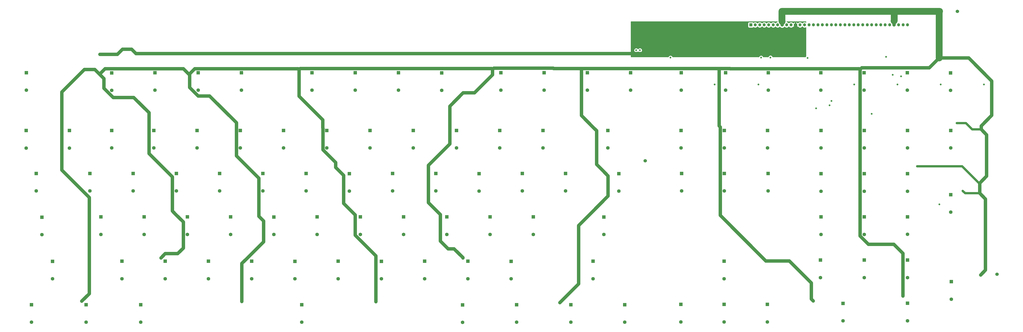
<source format=gbr>
%TF.GenerationSoftware,KiCad,Pcbnew,(5.1.9)-1*%
%TF.CreationDate,2021-06-08T21:52:20+10:00*%
%TF.ProjectId,RedPyKeeb_mainboard,52656450-794b-4656-9562-5f6d61696e62,rev?*%
%TF.SameCoordinates,Original*%
%TF.FileFunction,Copper,L2,Inr*%
%TF.FilePolarity,Positive*%
%FSLAX46Y46*%
G04 Gerber Fmt 4.6, Leading zero omitted, Abs format (unit mm)*
G04 Created by KiCad (PCBNEW (5.1.9)-1) date 2021-06-08 21:52:20*
%MOMM*%
%LPD*%
G01*
G04 APERTURE LIST*
%TA.AperFunction,ComponentPad*%
%ADD10O,1.350000X1.350000*%
%TD*%
%TA.AperFunction,ComponentPad*%
%ADD11R,1.350000X1.350000*%
%TD*%
%TA.AperFunction,ComponentPad*%
%ADD12C,1.600000*%
%TD*%
%TA.AperFunction,ComponentPad*%
%ADD13R,1.600000X1.600000*%
%TD*%
%TA.AperFunction,ViaPad*%
%ADD14C,0.800000*%
%TD*%
%TA.AperFunction,ViaPad*%
%ADD15C,1.524000*%
%TD*%
%TA.AperFunction,Conductor*%
%ADD16C,1.524000*%
%TD*%
%TA.AperFunction,Conductor*%
%ADD17C,1.016000*%
%TD*%
%TA.AperFunction,Conductor*%
%ADD18C,3.048000*%
%TD*%
%TA.AperFunction,Conductor*%
%ADD19C,0.254000*%
%TD*%
%TA.AperFunction,Conductor*%
%ADD20C,0.100000*%
%TD*%
G04 APERTURE END LIST*
D10*
%TO.N,GNDPWR*%
%TO.C,J1*%
X412036400Y-31445200D03*
%TO.N,LED_SCL_STATUS0*%
X410036400Y-31445200D03*
%TO.N,LED_SDA_STATUS0*%
X408036400Y-31445200D03*
%TO.N,MAIN_VBUS*%
X406036400Y-31445200D03*
%TO.N,KEY_COL20*%
X404036400Y-31445200D03*
%TO.N,KEY_COL19*%
X402036400Y-31445200D03*
%TO.N,KEY_COL18*%
X400036400Y-31445200D03*
%TO.N,KEY_COL17*%
X398036400Y-31445200D03*
%TO.N,KEY_COL16*%
X396036400Y-31445200D03*
%TO.N,KEY_COL15*%
X394036400Y-31445200D03*
%TO.N,KEY_COL14*%
X392036400Y-31445200D03*
%TO.N,KEY_COL13*%
X390036400Y-31445200D03*
%TO.N,KEY_COL12*%
X388036400Y-31445200D03*
%TO.N,KEY_COL11*%
X386036400Y-31445200D03*
%TO.N,KEY_COL10*%
X384036400Y-31445200D03*
%TO.N,KEY_COL9*%
X382036400Y-31445200D03*
%TO.N,KEY_COL8*%
X380036400Y-31445200D03*
%TO.N,KEY_COL7*%
X378036400Y-31445200D03*
%TO.N,KEY_COL6*%
X376036400Y-31445200D03*
%TO.N,KEY_COL5*%
X374036400Y-31445200D03*
%TO.N,KEY_COL4*%
X372036400Y-31445200D03*
%TO.N,KEY_COL3*%
X370036400Y-31445200D03*
%TO.N,KEY_COL2*%
X368036400Y-31445200D03*
%TO.N,KEY_COL1*%
X366036400Y-31445200D03*
%TO.N,KEY_COL0*%
X364036400Y-31445200D03*
%TO.N,GNDPWR*%
X362036400Y-31445200D03*
%TO.N,LED_SCL_ROW0*%
X360036400Y-31445200D03*
%TO.N,LED_SDA_ROW0*%
X358036400Y-31445200D03*
%TO.N,MAIN_VBUS*%
X356036400Y-31445200D03*
%TO.N,KEY_ROW6*%
X354036400Y-31445200D03*
%TO.N,KEY_ROW5*%
X352036400Y-31445200D03*
%TO.N,KEY_ROW4*%
X350036400Y-31445200D03*
%TO.N,KEY_ROW3*%
X348036400Y-31445200D03*
%TO.N,KEY_ROW2*%
X346036400Y-31445200D03*
%TO.N,KEY_ROW1*%
X344036400Y-31445200D03*
D11*
%TO.N,KEY_ROW0*%
X342036400Y-31445200D03*
%TD*%
D12*
%TO.N,Net-(D0\u002C3-Pad2)*%
%TO.C,D0\u002C3*%
X25603200Y-125235800D03*
D13*
%TO.N,KEY_ROW3*%
X25603200Y-117435800D03*
%TD*%
D12*
%TO.N,Net-(D0\u002C5-Pad2)*%
%TO.C,D0\u002C5*%
X20967700Y-164351800D03*
D13*
%TO.N,KEY_ROW5*%
X20967700Y-156551800D03*
%TD*%
D12*
%TO.N,Net-(D0\u002C4-Pad2)*%
%TO.C,D0\u002C4*%
X30365700Y-144984300D03*
D13*
%TO.N,KEY_ROW4*%
X30365700Y-137184300D03*
%TD*%
D12*
%TO.N,Net-(D0\u002C0-Pad2)*%
%TO.C,D0\u002C0*%
X18618200Y-60656300D03*
D13*
%TO.N,KEY_ROW0*%
X18618200Y-52856300D03*
%TD*%
D12*
%TO.N,Net-(D0\u002C2-Pad2)*%
%TO.C,D0\u002C2*%
X23063200Y-105677800D03*
D13*
%TO.N,KEY_ROW2*%
X23063200Y-97877800D03*
%TD*%
D12*
%TO.N,Net-(D0\u002C1-Pad2)*%
%TO.C,D0\u002C1*%
X18554700Y-86500800D03*
D13*
%TO.N,KEY_ROW1*%
X18554700Y-78700800D03*
%TD*%
D12*
%TO.N,Net-(D1\u002C3-Pad2)*%
%TO.C,D1\u002C3*%
X51892200Y-125108800D03*
D13*
%TO.N,KEY_ROW3*%
X51892200Y-117308800D03*
%TD*%
D12*
%TO.N,Net-(D1\u002C0-Pad2)*%
%TO.C,D1\u002C0*%
X56766460Y-60707100D03*
D13*
%TO.N,KEY_ROW0*%
X56766460Y-52907100D03*
%TD*%
D12*
%TO.N,Net-(D1\u002C4-Pad2)*%
%TO.C,D1\u002C4*%
X61290200Y-144920800D03*
D13*
%TO.N,KEY_ROW4*%
X61290200Y-137120800D03*
%TD*%
D12*
%TO.N,Net-(D1\u002C5-Pad2)*%
%TO.C,D1\u002C5*%
X45351700Y-164351800D03*
D13*
%TO.N,KEY_ROW5*%
X45351700Y-156551800D03*
%TD*%
D12*
%TO.N,Net-(D1\u002C1-Pad2)*%
%TO.C,D1\u002C1*%
X37858700Y-86500800D03*
D13*
%TO.N,KEY_ROW1*%
X37858700Y-78700800D03*
%TD*%
D12*
%TO.N,Net-(D1\u002C2-Pad2)*%
%TO.C,D1\u002C2*%
X47002700Y-105677800D03*
D13*
%TO.N,KEY_ROW2*%
X47002700Y-97877800D03*
%TD*%
D12*
%TO.N,Net-(D2\u002C4-Pad2)*%
%TO.C,D2\u002C4*%
X80594200Y-144920800D03*
D13*
%TO.N,KEY_ROW4*%
X80594200Y-137120800D03*
%TD*%
D12*
%TO.N,Net-(D2\u002C5-Pad2)*%
%TO.C,D2\u002C5*%
X69735700Y-164351800D03*
D13*
%TO.N,KEY_ROW5*%
X69735700Y-156551800D03*
%TD*%
D12*
%TO.N,Net-(D2\u002C0-Pad2)*%
%TO.C,D2\u002C0*%
X76070460Y-60656300D03*
D13*
%TO.N,KEY_ROW0*%
X76070460Y-52856300D03*
%TD*%
D12*
%TO.N,Net-(D2\u002C2-Pad2)*%
%TO.C,D2\u002C2*%
X66306700Y-105677800D03*
D13*
%TO.N,KEY_ROW2*%
X66306700Y-97877800D03*
%TD*%
D12*
%TO.N,Net-(D2\u002C1-Pad2)*%
%TO.C,D2\u002C1*%
X56781700Y-86437300D03*
D13*
%TO.N,KEY_ROW1*%
X56781700Y-78637300D03*
%TD*%
D12*
%TO.N,Net-(D2\u002C3-Pad2)*%
%TO.C,D2\u002C3*%
X71196200Y-125108800D03*
D13*
%TO.N,KEY_ROW3*%
X71196200Y-117308800D03*
%TD*%
D12*
%TO.N,Net-(D3\u002C0-Pad2)*%
%TO.C,D3\u002C0*%
X95374460Y-60656300D03*
D13*
%TO.N,KEY_ROW0*%
X95374460Y-52856300D03*
%TD*%
D12*
%TO.N,Net-(D3\u002C1-Pad2)*%
%TO.C,D3\u002C1*%
X75577700Y-86437300D03*
D13*
%TO.N,KEY_ROW1*%
X75577700Y-78637300D03*
%TD*%
D12*
%TO.N,Net-(D3\u002C4-Pad2)*%
%TO.C,D3\u002C4*%
X99898200Y-144920800D03*
D13*
%TO.N,KEY_ROW4*%
X99898200Y-137120800D03*
%TD*%
D12*
%TO.N,Net-(D3\u002C2-Pad2)*%
%TO.C,D3\u002C2*%
X85610700Y-105677800D03*
D13*
%TO.N,KEY_ROW2*%
X85610700Y-97877800D03*
%TD*%
D12*
%TO.N,Net-(D3\u002C5-Pad2)*%
%TO.C,D3\u002C5*%
X141617700Y-164351800D03*
D13*
%TO.N,KEY_ROW5*%
X141617700Y-156551800D03*
%TD*%
D12*
%TO.N,Net-(D3\u002C3-Pad2)*%
%TO.C,D3\u002C3*%
X90500200Y-125108800D03*
D13*
%TO.N,KEY_ROW3*%
X90500200Y-117308800D03*
%TD*%
D12*
%TO.N,Net-(D4\u002C4-Pad2)*%
%TO.C,D4\u002C4*%
X119202200Y-144920800D03*
D13*
%TO.N,KEY_ROW4*%
X119202200Y-137120800D03*
%TD*%
D12*
%TO.N,Net-(D4\u002C3-Pad2)*%
%TO.C,D4\u002C3*%
X109804200Y-125108800D03*
D13*
%TO.N,KEY_ROW3*%
X109804200Y-117308800D03*
%TD*%
D12*
%TO.N,Net-(D4\u002C1-Pad2)*%
%TO.C,D4\u002C1*%
X94881700Y-86437300D03*
D13*
%TO.N,KEY_ROW1*%
X94881700Y-78637300D03*
%TD*%
D12*
%TO.N,Net-(D4\u002C0-Pad2)*%
%TO.C,D4\u002C0*%
X114678460Y-60656300D03*
D13*
%TO.N,KEY_ROW0*%
X114678460Y-52856300D03*
%TD*%
D12*
%TO.N,Net-(D4\u002C2-Pad2)*%
%TO.C,D4\u002C2*%
X104914700Y-105677800D03*
D13*
%TO.N,KEY_ROW2*%
X104914700Y-97877800D03*
%TD*%
D12*
%TO.N,Net-(D5\u002C0-Pad2)*%
%TO.C,D5\u002C0*%
X146174460Y-60656300D03*
D13*
%TO.N,KEY_ROW0*%
X146174460Y-52856300D03*
%TD*%
D12*
%TO.N,Net-(D5\u002C2-Pad2)*%
%TO.C,D5\u002C2*%
X124218700Y-105677800D03*
D13*
%TO.N,KEY_ROW2*%
X124218700Y-97877800D03*
%TD*%
D12*
%TO.N,Net-(D5\u002C1-Pad2)*%
%TO.C,D5\u002C1*%
X114185700Y-86437300D03*
D13*
%TO.N,KEY_ROW1*%
X114185700Y-78637300D03*
%TD*%
D12*
%TO.N,Net-(D5\u002C3-Pad2)*%
%TO.C,D5\u002C3*%
X129108200Y-125159600D03*
D13*
%TO.N,KEY_ROW3*%
X129108200Y-117359600D03*
%TD*%
D12*
%TO.N,Net-(D5\u002C4-Pad2)*%
%TO.C,D5\u002C4*%
X138506200Y-144971600D03*
D13*
%TO.N,KEY_ROW4*%
X138506200Y-137171600D03*
%TD*%
D12*
%TO.N,Net-(D6\u002C0-Pad2)*%
%TO.C,D6\u002C0*%
X165478460Y-60656300D03*
D13*
%TO.N,KEY_ROW0*%
X165478460Y-52856300D03*
%TD*%
D12*
%TO.N,Net-(D6\u002C3-Pad2)*%
%TO.C,D6\u002C3*%
X148412200Y-125108800D03*
D13*
%TO.N,KEY_ROW3*%
X148412200Y-117308800D03*
%TD*%
D12*
%TO.N,Net-(D6\u002C4-Pad2)*%
%TO.C,D6\u002C4*%
X157810200Y-144920800D03*
D13*
%TO.N,KEY_ROW4*%
X157810200Y-137120800D03*
%TD*%
D12*
%TO.N,Net-(D6\u002C1-Pad2)*%
%TO.C,D6\u002C1*%
X133489700Y-86437300D03*
D13*
%TO.N,KEY_ROW1*%
X133489700Y-78637300D03*
%TD*%
D12*
%TO.N,Net-(D6\u002C2-Pad2)*%
%TO.C,D6\u002C2*%
X143522700Y-105677800D03*
D13*
%TO.N,KEY_ROW2*%
X143522700Y-97877800D03*
%TD*%
D12*
%TO.N,Net-(D7\u002C4-Pad2)*%
%TO.C,D7\u002C4*%
X177114200Y-144971600D03*
D13*
%TO.N,KEY_ROW4*%
X177114200Y-137171600D03*
%TD*%
D12*
%TO.N,Net-(D7\u002C2-Pad2)*%
%TO.C,D7\u002C2*%
X162826700Y-105728600D03*
D13*
%TO.N,KEY_ROW2*%
X162826700Y-97928600D03*
%TD*%
D12*
%TO.N,Net-(D7\u002C1-Pad2)*%
%TO.C,D7\u002C1*%
X152793700Y-86437300D03*
D13*
%TO.N,KEY_ROW1*%
X152793700Y-78637300D03*
%TD*%
D12*
%TO.N,Net-(D7\u002C0-Pad2)*%
%TO.C,D7\u002C0*%
X184782460Y-60656300D03*
D13*
%TO.N,KEY_ROW0*%
X184782460Y-52856300D03*
%TD*%
D12*
%TO.N,Net-(D7\u002C3-Pad2)*%
%TO.C,D7\u002C3*%
X167716200Y-125108800D03*
D13*
%TO.N,KEY_ROW3*%
X167716200Y-117308800D03*
%TD*%
D12*
%TO.N,Net-(D8\u002C0-Pad2)*%
%TO.C,D8\u002C0*%
X204086460Y-60707100D03*
D13*
%TO.N,KEY_ROW0*%
X204086460Y-52907100D03*
%TD*%
D12*
%TO.N,Net-(D8\u002C3-Pad2)*%
%TO.C,D8\u002C3*%
X187020200Y-125108800D03*
D13*
%TO.N,KEY_ROW3*%
X187020200Y-117308800D03*
%TD*%
D12*
%TO.N,Net-(D8\u002C1-Pad2)*%
%TO.C,D8\u002C1*%
X172097700Y-86437300D03*
D13*
%TO.N,KEY_ROW1*%
X172097700Y-78637300D03*
%TD*%
D12*
%TO.N,Net-(D8\u002C2-Pad2)*%
%TO.C,D8\u002C2*%
X182130700Y-105677800D03*
D13*
%TO.N,KEY_ROW2*%
X182130700Y-97877800D03*
%TD*%
D12*
%TO.N,Net-(D8\u002C5-Pad2)*%
%TO.C,D8\u002C5*%
X213372700Y-164415300D03*
D13*
%TO.N,KEY_ROW5*%
X213372700Y-156615300D03*
%TD*%
D12*
%TO.N,Net-(D8\u002C4-Pad2)*%
%TO.C,D8\u002C4*%
X196418200Y-144920800D03*
D13*
%TO.N,KEY_ROW4*%
X196418200Y-137120800D03*
%TD*%
D12*
%TO.N,Net-(D9\u002C2-Pad2)*%
%TO.C,D9\u002C2*%
X201434700Y-105677800D03*
D13*
%TO.N,KEY_ROW2*%
X201434700Y-97877800D03*
%TD*%
D12*
%TO.N,Net-(D9\u002C1-Pad2)*%
%TO.C,D9\u002C1*%
X191401700Y-86488100D03*
D13*
%TO.N,KEY_ROW1*%
X191401700Y-78688100D03*
%TD*%
D12*
%TO.N,Net-(D9\u002C3-Pad2)*%
%TO.C,D9\u002C3*%
X206324200Y-125108800D03*
D13*
%TO.N,KEY_ROW3*%
X206324200Y-117308800D03*
%TD*%
D12*
%TO.N,Net-(D9\u002C4-Pad2)*%
%TO.C,D9\u002C4*%
X215722200Y-144920800D03*
D13*
%TO.N,KEY_ROW4*%
X215722200Y-137120800D03*
%TD*%
D12*
%TO.N,Net-(D9\u002C5-Pad2)*%
%TO.C,D9\u002C5*%
X237502700Y-164351800D03*
D13*
%TO.N,KEY_ROW5*%
X237502700Y-156551800D03*
%TD*%
D12*
%TO.N,Net-(D9\u002C0-Pad2)*%
%TO.C,D9\u002C0*%
X230502460Y-60656300D03*
D13*
%TO.N,KEY_ROW0*%
X230502460Y-52856300D03*
%TD*%
D12*
%TO.N,Net-(D10\u002C4-Pad2)*%
%TO.C,D10\u002C4*%
X235026200Y-144971600D03*
D13*
%TO.N,KEY_ROW4*%
X235026200Y-137171600D03*
%TD*%
D12*
%TO.N,Net-(D10\u002C5-Pad2)*%
%TO.C,D10\u002C5*%
X261696200Y-164351800D03*
D13*
%TO.N,KEY_ROW5*%
X261696200Y-156551800D03*
%TD*%
D12*
%TO.N,Net-(D10\u002C1-Pad2)*%
%TO.C,D10\u002C1*%
X210705700Y-86437300D03*
D13*
%TO.N,KEY_ROW1*%
X210705700Y-78637300D03*
%TD*%
D12*
%TO.N,Net-(D10\u002C0-Pad2)*%
%TO.C,D10\u002C0*%
X249806460Y-60656300D03*
D13*
%TO.N,KEY_ROW0*%
X249806460Y-52856300D03*
%TD*%
D12*
%TO.N,Net-(D10\u002C2-Pad2)*%
%TO.C,D10\u002C2*%
X220738700Y-105728600D03*
D13*
%TO.N,KEY_ROW2*%
X220738700Y-97928600D03*
%TD*%
D12*
%TO.N,Net-(D10\u002C3-Pad2)*%
%TO.C,D10\u002C3*%
X225628200Y-125108800D03*
D13*
%TO.N,KEY_ROW3*%
X225628200Y-117308800D03*
%TD*%
D12*
%TO.N,Net-(D11\u002C0-Pad2)*%
%TO.C,D11\u002C0*%
X269110460Y-60656300D03*
D13*
%TO.N,KEY_ROW0*%
X269110460Y-52856300D03*
%TD*%
D12*
%TO.N,Net-(D11\u002C1-Pad2)*%
%TO.C,D11\u002C1*%
X230009700Y-86437300D03*
D13*
%TO.N,KEY_ROW1*%
X230009700Y-78637300D03*
%TD*%
D12*
%TO.N,Net-(D11\u002C3-Pad2)*%
%TO.C,D11\u002C3*%
X244932200Y-125108800D03*
D13*
%TO.N,KEY_ROW3*%
X244932200Y-117308800D03*
%TD*%
D12*
%TO.N,Net-(D11\u002C2-Pad2)*%
%TO.C,D11\u002C2*%
X240042700Y-105677800D03*
D13*
%TO.N,KEY_ROW2*%
X240042700Y-97877800D03*
%TD*%
D12*
%TO.N,Net-(D11\u002C4-Pad2)*%
%TO.C,D11\u002C4*%
X271602200Y-144920800D03*
D13*
%TO.N,KEY_ROW4*%
X271602200Y-137120800D03*
%TD*%
D12*
%TO.N,Net-(D11\u002C5-Pad2)*%
%TO.C,D11\u002C5*%
X285762700Y-164351800D03*
D13*
%TO.N,KEY_ROW5*%
X285762700Y-156551800D03*
%TD*%
D12*
%TO.N,Net-(D12\u002C3-Pad2)*%
%TO.C,D12\u002C3*%
X276428200Y-125172300D03*
D13*
%TO.N,KEY_ROW3*%
X276428200Y-117372300D03*
%TD*%
D12*
%TO.N,Net-(D12\u002C2-Pad2)*%
%TO.C,D12\u002C2*%
X259346700Y-105677800D03*
D13*
%TO.N,KEY_ROW2*%
X259346700Y-97877800D03*
%TD*%
D12*
%TO.N,Net-(D12\u002C1-Pad2)*%
%TO.C,D12\u002C1*%
X249313700Y-86488100D03*
D13*
%TO.N,KEY_ROW1*%
X249313700Y-78688100D03*
%TD*%
D12*
%TO.N,Net-(D12\u002C0-Pad2)*%
%TO.C,D12\u002C0*%
X288414460Y-60656300D03*
D13*
%TO.N,KEY_ROW0*%
X288414460Y-52856300D03*
%TD*%
D12*
%TO.N,Net-(D13\u002C2-Pad2)*%
%TO.C,D13\u002C2*%
X283159200Y-105741300D03*
D13*
%TO.N,KEY_ROW2*%
X283159200Y-97941300D03*
%TD*%
D12*
%TO.N,Net-(D13\u002C1-Pad2)*%
%TO.C,D13\u002C1*%
X278269700Y-86437300D03*
D13*
%TO.N,KEY_ROW1*%
X278269700Y-78637300D03*
%TD*%
D12*
%TO.N,Net-(D14\u002C1-Pad2)*%
%TO.C,D14\u002C1*%
X310934100Y-86437300D03*
D13*
%TO.N,KEY_ROW1*%
X310934100Y-78637300D03*
%TD*%
D12*
%TO.N,Net-(D14\u002C3-Pad2)*%
%TO.C,D14\u002C3*%
X311188100Y-105677800D03*
D13*
%TO.N,KEY_ROW3*%
X311188100Y-97877800D03*
%TD*%
D12*
%TO.N,Net-(D14\u002C0-Pad2)*%
%TO.C,D14\u002C0*%
X310984900Y-60656300D03*
D13*
%TO.N,KEY_ROW0*%
X310984900Y-52856300D03*
%TD*%
D12*
%TO.N,Net-(D14\u002C6-Pad2)*%
%TO.C,D14\u002C6*%
X310870600Y-164224800D03*
D13*
%TO.N,KEY_ROW6*%
X310870600Y-156424800D03*
%TD*%
D12*
%TO.N,Net-(D15\u002C0-Pad2)*%
%TO.C,D15\u002C0*%
X330796900Y-60656300D03*
D13*
%TO.N,KEY_ROW0*%
X330796900Y-52856300D03*
%TD*%
D12*
%TO.N,Net-(D15\u002C1-Pad2)*%
%TO.C,D15\u002C1*%
X330238100Y-86437300D03*
D13*
%TO.N,KEY_ROW1*%
X330238100Y-78637300D03*
%TD*%
D12*
%TO.N,Net-(D15\u002C3-Pad2)*%
%TO.C,D15\u002C3*%
X330238100Y-105677800D03*
D13*
%TO.N,KEY_ROW3*%
X330238100Y-97877800D03*
%TD*%
D12*
%TO.N,Net-(D15\u002C5-Pad2)*%
%TO.C,D15\u002C5*%
X330174600Y-144920800D03*
D13*
%TO.N,KEY_ROW5*%
X330174600Y-137120800D03*
%TD*%
D12*
%TO.N,Net-(D15\u002C6-Pad2)*%
%TO.C,D15\u002C6*%
X330174600Y-164224800D03*
D13*
%TO.N,KEY_ROW6*%
X330174600Y-156424800D03*
%TD*%
D12*
%TO.N,Net-(D16\u002C6-Pad2)*%
%TO.C,D16\u002C6*%
X349478600Y-164224800D03*
D13*
%TO.N,KEY_ROW6*%
X349478600Y-156424800D03*
%TD*%
D12*
%TO.N,Net-(D16\u002C0-Pad2)*%
%TO.C,D16\u002C0*%
X349846900Y-60656300D03*
D13*
%TO.N,KEY_ROW0*%
X349846900Y-52856300D03*
%TD*%
D12*
%TO.N,Net-(D16\u002C1-Pad2)*%
%TO.C,D16\u002C1*%
X349542100Y-86437300D03*
D13*
%TO.N,KEY_ROW1*%
X349542100Y-78637300D03*
%TD*%
D12*
%TO.N,Net-(D16\u002C5-Pad2)*%
%TO.C,D16\u002C5*%
X373164100Y-144412800D03*
D13*
%TO.N,KEY_ROW5*%
X373164100Y-136612800D03*
%TD*%
D12*
%TO.N,Net-(D16\u002C3-Pad2)*%
%TO.C,D16\u002C3*%
X349796100Y-105677800D03*
D13*
%TO.N,KEY_ROW3*%
X349796100Y-97877800D03*
%TD*%
D12*
%TO.N,Net-(D16\u002C4-Pad2)*%
%TO.C,D16\u002C4*%
X373418100Y-125108800D03*
D13*
%TO.N,KEY_ROW4*%
X373418100Y-117308800D03*
%TD*%
D12*
%TO.N,Net-(D17\u002C3-Pad2)*%
%TO.C,D17\u002C3*%
X373418100Y-105804800D03*
D13*
%TO.N,KEY_ROW3*%
X373418100Y-98004800D03*
%TD*%
D12*
%TO.N,Net-(D17\u002C1-Pad2)*%
%TO.C,D17\u002C1*%
X373418100Y-86437300D03*
D13*
%TO.N,KEY_ROW1*%
X373418100Y-78637300D03*
%TD*%
D12*
%TO.N,Net-(D17\u002C6-Pad2)*%
%TO.C,D17\u002C6*%
X383197100Y-163767600D03*
D13*
%TO.N,KEY_ROW6*%
X383197100Y-155967600D03*
%TD*%
D12*
%TO.N,Net-(D17\u002C4-Pad2)*%
%TO.C,D17\u002C4*%
X392722100Y-125108800D03*
D13*
%TO.N,KEY_ROW4*%
X392722100Y-117308800D03*
%TD*%
D12*
%TO.N,Net-(D17\u002C0-Pad2)*%
%TO.C,D17\u002C0*%
X373354600Y-60656300D03*
D13*
%TO.N,KEY_ROW0*%
X373354600Y-52856300D03*
%TD*%
D12*
%TO.N,Net-(D17\u002C5-Pad2)*%
%TO.C,D17\u002C5*%
X392722100Y-144412800D03*
D13*
%TO.N,KEY_ROW5*%
X392722100Y-136612800D03*
%TD*%
D12*
%TO.N,Net-(D18\u002C1-Pad2)*%
%TO.C,D18\u002C1*%
X392722100Y-86488100D03*
D13*
%TO.N,KEY_ROW1*%
X392722100Y-78688100D03*
%TD*%
D12*
%TO.N,Net-(D18\u002C6-Pad2)*%
%TO.C,D18\u002C6*%
X412026100Y-163716800D03*
D13*
%TO.N,KEY_ROW6*%
X412026100Y-155916800D03*
%TD*%
D12*
%TO.N,Net-(D18\u002C3-Pad2)*%
%TO.C,D18\u002C3*%
X392722100Y-105804800D03*
D13*
%TO.N,KEY_ROW3*%
X392722100Y-98004800D03*
%TD*%
D12*
%TO.N,Net-(D18\u002C0-Pad2)*%
%TO.C,D18\u002C0*%
X392658600Y-60656300D03*
D13*
%TO.N,KEY_ROW0*%
X392658600Y-52856300D03*
%TD*%
D12*
%TO.N,Net-(D18\u002C5-Pad2)*%
%TO.C,D18\u002C5*%
X412026100Y-144412800D03*
D13*
%TO.N,KEY_ROW5*%
X412026100Y-136612800D03*
%TD*%
D12*
%TO.N,Net-(D18\u002C4-Pad2)*%
%TO.C,D18\u002C4*%
X412026100Y-125045300D03*
D13*
%TO.N,KEY_ROW4*%
X412026100Y-117245300D03*
%TD*%
D12*
%TO.N,Net-(D19\u002C4-Pad2)*%
%TO.C,D19\u002C4*%
X431330100Y-115126600D03*
D13*
%TO.N,KEY_ROW4*%
X431330100Y-107326600D03*
%TD*%
D12*
%TO.N,Net-(D19\u002C0-Pad2)*%
%TO.C,D19\u002C0*%
X411962600Y-60656300D03*
D13*
%TO.N,KEY_ROW0*%
X411962600Y-52856300D03*
%TD*%
D12*
%TO.N,Net-(D19\u002C3-Pad2)*%
%TO.C,D19\u002C3*%
X412026100Y-105804800D03*
D13*
%TO.N,KEY_ROW3*%
X412026100Y-98004800D03*
%TD*%
D12*
%TO.N,Net-(D19\u002C1-Pad2)*%
%TO.C,D19\u002C1*%
X412026100Y-86437300D03*
D13*
%TO.N,KEY_ROW1*%
X412026100Y-78637300D03*
%TD*%
D12*
%TO.N,Net-(D19\u002C6-Pad2)*%
%TO.C,D19\u002C6*%
X431584100Y-154064800D03*
D13*
%TO.N,KEY_ROW6*%
X431584100Y-146264800D03*
%TD*%
D12*
%TO.N,Net-(D20\u002C1-Pad2)*%
%TO.C,D20\u002C1*%
X431330100Y-86437300D03*
D13*
%TO.N,KEY_ROW1*%
X431330100Y-78637300D03*
%TD*%
D12*
%TO.N,Net-(D20\u002C0-Pad2)*%
%TO.C,D20\u002C0*%
X431266600Y-60707100D03*
D13*
%TO.N,KEY_ROW0*%
X431266600Y-52907100D03*
%TD*%
D14*
%TO.N,KEY_ROW6*%
X409130500Y-54483000D03*
X402463000Y-45720000D03*
X405384000Y-53784500D03*
D15*
%TO.N,GNDPWR*%
X434288700Y-25374600D03*
X51482609Y-44630991D03*
X294894000Y-92202000D03*
X451935820Y-142932180D03*
D14*
%TO.N,KEY_COL19*%
X426858100Y-58077100D03*
%TO.N,KEY_COL18*%
X407554100Y-58077100D03*
%TO.N,KEY_COL17*%
X388250100Y-58077100D03*
%TO.N,KEY_COL15*%
X345438400Y-58077100D03*
%TO.N,KEY_COL14*%
X325880400Y-58077100D03*
%TO.N,MAIN_VBUS*%
X89230681Y-51612319D03*
X140373100Y-51523900D03*
X226745800Y-51409600D03*
X34493200Y-77724000D03*
X112423699Y-77314301D03*
X150977600Y-77571600D03*
X271907000Y-77444600D03*
X444652400Y-143256000D03*
X34931831Y-96792569D03*
X118821200Y-96367600D03*
X158062649Y-96496151D03*
X275920200Y-96545400D03*
X46736000Y-115824000D03*
X122456699Y-115541301D03*
X164846000Y-115824000D03*
X270408400Y-115925600D03*
X46736000Y-136245600D03*
X117097699Y-135893699D03*
X174701200Y-135890000D03*
X265176000Y-135991600D03*
X256844800Y-155600400D03*
X174701200Y-155244800D03*
X114858800Y-155143200D03*
X43408600Y-154965400D03*
X203504800Y-116230400D03*
X213512400Y-135636000D03*
X198170800Y-96418400D03*
X78740000Y-135643398D03*
X85121750Y-115982750D03*
X80878399Y-96477101D03*
X73406000Y-77216000D03*
X328476099Y-77161901D03*
X328476099Y-96402401D03*
X347694250Y-135858250D03*
X369919250Y-154844750D03*
X410019500Y-135318500D03*
X390842500Y-115951000D03*
X390842500Y-96456500D03*
X390842500Y-77216000D03*
X390842500Y-70294500D03*
X390842500Y-51435000D03*
D15*
X426288700Y-25374600D03*
D14*
X410019500Y-152641300D03*
X207708500Y-77025500D03*
X47231300Y-51396900D03*
X329279199Y-50958801D03*
X250361399Y-50781001D03*
X416356800Y-94640400D03*
X436676800Y-105664000D03*
X433998800Y-75372800D03*
%TO.N,KEY_ROW5*%
X396049500Y-71183500D03*
X371221000Y-68770500D03*
X367379250Y-46196250D03*
%TO.N,KEY_ROW4*%
X350837500Y-46037500D03*
%TO.N,KEY_ROW3*%
X346646500Y-46101000D03*
%TO.N,KEY_ROW2*%
X306197000Y-46101000D03*
%TO.N,KEY_ROW1*%
X292544500Y-42799000D03*
%TO.N,KEY_ROW0*%
X426224700Y-111696500D03*
X290893500Y-42799000D03*
%TO.N,KEY_COL20*%
X446162100Y-58077100D03*
%TO.N,LED_SCL_STATUS0*%
X377190000Y-67437000D03*
X378091700Y-65468500D03*
%TD*%
D16*
%TO.N,GNDPWR*%
X361835700Y-44297600D02*
X361909400Y-44223900D01*
X67614800Y-44297600D02*
X361835700Y-44297600D01*
X65643199Y-42325999D02*
X67614800Y-44297600D01*
X61560001Y-42325999D02*
X65643199Y-42325999D01*
X59255010Y-44630990D02*
X61560001Y-42325999D01*
X51482609Y-44630991D02*
X59255010Y-44630990D01*
X361962700Y-31518900D02*
X362036400Y-31445200D01*
X362036400Y-44096900D02*
X361835700Y-44297600D01*
X362036400Y-31445200D02*
X362036400Y-44096900D01*
%TO.N,MAIN_VBUS*%
X203504800Y-116230400D02*
X203504800Y-128117600D01*
X198170800Y-96418400D02*
X198170800Y-110896400D01*
X198170800Y-110896400D02*
X203504800Y-116230400D01*
X206959200Y-131572000D02*
X209600800Y-131572000D01*
X209600800Y-131572000D02*
X213512400Y-135483600D01*
X203504800Y-128117600D02*
X206959200Y-131572000D01*
X213512400Y-135483600D02*
X213512400Y-135636000D01*
X446836800Y-125425200D02*
X446836800Y-129438400D01*
X446836800Y-125425200D02*
X446836800Y-141071600D01*
X114858800Y-138132598D02*
X114858800Y-155143200D01*
X46736000Y-136245600D02*
X46736000Y-151638000D01*
X275920200Y-96545400D02*
X278333200Y-98958400D01*
X444246000Y-106730800D02*
X446836800Y-109321600D01*
X124531701Y-119107839D02*
X124531701Y-128459697D01*
X124531701Y-128459697D02*
X117097699Y-135893699D01*
X46736000Y-108596738D02*
X46736000Y-115824000D01*
X122456699Y-117032837D02*
X124531701Y-119107839D01*
X444246000Y-102209600D02*
X444246000Y-102514400D01*
X118821200Y-96367600D02*
X122456699Y-100003099D01*
X34931831Y-96792569D02*
X46736000Y-108596738D01*
X46736000Y-151638000D02*
X43408600Y-154965400D01*
X34493200Y-96353938D02*
X34931831Y-96792569D01*
X270408400Y-115925600D02*
X265176000Y-121158000D01*
X122456699Y-115541301D02*
X122456699Y-117032837D01*
X447344800Y-80619600D02*
X447344800Y-99110800D01*
X112423699Y-77314301D02*
X112423699Y-89970099D01*
X447344800Y-99110800D02*
X444246000Y-102209600D01*
X46736000Y-115824000D02*
X46736000Y-136245600D01*
X150977600Y-77571600D02*
X151031699Y-77625699D01*
X265176000Y-135991600D02*
X265176000Y-147269200D01*
X174701200Y-135890000D02*
X174701200Y-155244800D01*
X117097699Y-135893699D02*
X114858800Y-138132598D01*
X444246000Y-102514400D02*
X444246000Y-106730800D01*
X271907000Y-77444600D02*
X273202400Y-78740000D01*
X112423699Y-89970099D02*
X118821200Y-96367600D01*
X34493200Y-77724000D02*
X34493200Y-96353938D01*
X164846000Y-115824000D02*
X165455600Y-116433600D01*
X158062649Y-96496151D02*
X160274000Y-98707502D01*
X446836800Y-141071600D02*
X444652400Y-143256000D01*
X444906400Y-78181200D02*
X447344800Y-80619600D01*
X122456699Y-100003099D02*
X122456699Y-115541301D01*
X444906400Y-76606400D02*
X444906400Y-78181200D01*
X160274000Y-111252000D02*
X164846000Y-115824000D01*
X151031699Y-77625699D02*
X151031699Y-87283061D01*
X278333200Y-108000800D02*
X270408400Y-115925600D01*
X278333200Y-98958400D02*
X278333200Y-108000800D01*
X265176000Y-147269200D02*
X256844800Y-155600400D01*
X265176000Y-121158000D02*
X265176000Y-135991600D01*
X174701200Y-134701562D02*
X174701200Y-135890000D01*
X165455600Y-116433600D02*
X165455600Y-125455962D01*
X165455600Y-125455962D02*
X174701200Y-134701562D01*
X156712638Y-92964000D02*
X156712638Y-95146140D01*
X273202400Y-93827600D02*
X275920200Y-96545400D01*
X273202400Y-78740000D02*
X273202400Y-93827600D01*
X160274000Y-98707502D02*
X160274000Y-111252000D01*
X156712638Y-95146140D02*
X158062649Y-96496151D01*
X151031699Y-87283061D02*
X156712638Y-92964000D01*
X449643500Y-71869300D02*
X444906400Y-76606400D01*
X150977600Y-77571600D02*
X150977600Y-73952100D01*
X140373100Y-63347600D02*
X140373100Y-51523900D01*
X150977600Y-73952100D02*
X140373100Y-63347600D01*
X47231300Y-51396900D02*
X44551600Y-51396900D01*
X34493200Y-61455300D02*
X34493200Y-77724000D01*
X44551600Y-51396900D02*
X34493200Y-61455300D01*
X198170800Y-96418400D02*
X198170800Y-94246700D01*
X198170800Y-94246700D02*
X207708500Y-84709000D01*
X207708500Y-84709000D02*
X207708500Y-77025500D01*
X207708500Y-67818000D02*
X213677500Y-61849000D01*
X213677500Y-61849000D02*
X218701562Y-61849000D01*
X226745800Y-53804762D02*
X226745800Y-51409600D01*
X218701562Y-61849000D02*
X226745800Y-53804762D01*
X328412599Y-108893099D02*
X328412599Y-116576599D01*
X328476099Y-108829599D02*
X328412599Y-108893099D01*
X348805500Y-136969500D02*
X359232700Y-136969500D01*
X328412599Y-116576599D02*
X347694250Y-135858250D01*
X359232700Y-136969500D02*
X369075200Y-146812000D01*
X369075200Y-146812000D02*
X369075200Y-154000700D01*
X369075200Y-154000700D02*
X369919250Y-154844750D01*
X390842500Y-125836962D02*
X394545538Y-129540000D01*
X405955500Y-129540000D02*
X410019500Y-133604000D01*
X394545538Y-129540000D02*
X405955500Y-129540000D01*
X410019500Y-133604000D02*
X410019500Y-135318500D01*
X73406000Y-89004702D02*
X80878399Y-96477101D01*
X73406000Y-77216000D02*
X73406000Y-89004702D01*
X83820000Y-99418702D02*
X83820000Y-114681000D01*
X88738199Y-119599199D02*
X88738199Y-131225801D01*
X83820000Y-114681000D02*
X85121750Y-115982750D01*
X88738199Y-131225801D02*
X86233000Y-133731000D01*
X80652398Y-133731000D02*
X78740000Y-135643398D01*
X86233000Y-133731000D02*
X80652398Y-133731000D01*
X85121750Y-115982750D02*
X88738199Y-119599199D01*
X80878399Y-96477101D02*
X83820000Y-99418702D01*
X328476099Y-77161901D02*
X328476099Y-96402401D01*
X328476099Y-96402401D02*
X328476099Y-108829599D01*
X347694250Y-135858250D02*
X348805500Y-136969500D01*
X369919250Y-154844750D02*
X369951000Y-154876500D01*
X410019500Y-135318500D02*
X410019500Y-152641300D01*
X390842500Y-115951000D02*
X390842500Y-125836962D01*
X390842500Y-96456500D02*
X390842500Y-115951000D01*
X390842500Y-77216000D02*
X390842500Y-96456500D01*
X390842500Y-70294500D02*
X390842500Y-77216000D01*
X390842500Y-51435000D02*
X390842500Y-70294500D01*
X227374399Y-50781001D02*
X226745800Y-51409600D01*
X140887399Y-51009601D02*
X140373100Y-51523900D01*
X226345801Y-51009601D02*
X140887399Y-51009601D01*
X226745800Y-51409600D02*
X226345801Y-51009601D01*
X53807701Y-51094299D02*
X51371500Y-53530500D01*
X49237900Y-51396900D02*
X51371500Y-53530500D01*
X91516681Y-53898319D02*
X89230681Y-51612319D01*
X207708500Y-77025500D02*
X207708500Y-67818000D01*
X421741600Y-50673000D02*
X426161700Y-46252900D01*
X391604500Y-50673000D02*
X421741600Y-50673000D01*
X390842500Y-51435000D02*
X391604500Y-50673000D01*
X439368700Y-46252900D02*
X449643500Y-56527700D01*
X426161700Y-46252900D02*
X439368700Y-46252900D01*
X449643500Y-56527700D02*
X449643500Y-71869300D01*
X47231300Y-51396900D02*
X49237900Y-51396900D01*
X112423699Y-75212699D02*
X112423699Y-77314301D01*
X100457000Y-63246000D02*
X112423699Y-75212699D01*
X95356398Y-63246000D02*
X100457000Y-63246000D01*
X91516681Y-59406283D02*
X95356398Y-63246000D01*
X91516681Y-53898319D02*
X91516681Y-59406283D01*
X139943499Y-51094299D02*
X140373100Y-51523900D01*
X93804859Y-51094299D02*
X139943499Y-51094299D01*
X91516681Y-53382477D02*
X93804859Y-51094299D01*
X91516681Y-53898319D02*
X91516681Y-53382477D01*
X88712661Y-51094299D02*
X53807701Y-51094299D01*
X89230681Y-51612319D02*
X88712661Y-51094299D01*
X66611500Y-63944500D02*
X73406000Y-70739000D01*
X57396098Y-63944500D02*
X66611500Y-63944500D01*
X73406000Y-70739000D02*
X73406000Y-77216000D01*
X53276500Y-59824902D02*
X57396098Y-63944500D01*
X53276500Y-55435500D02*
X53276500Y-59824902D01*
X51371500Y-53530500D02*
X53276500Y-55435500D01*
X390442501Y-51035001D02*
X390842500Y-51435000D01*
X332860599Y-51035001D02*
X390442501Y-51035001D01*
X332784399Y-50958801D02*
X332860599Y-51035001D01*
X329279199Y-50958801D02*
X332784399Y-50958801D01*
X253866599Y-50781001D02*
X254044399Y-50958801D01*
X245599001Y-50781001D02*
X250361399Y-50781001D01*
X249028001Y-50781001D02*
X245599001Y-50781001D01*
X245599001Y-50781001D02*
X227374399Y-50781001D01*
X250361399Y-50781001D02*
X253866599Y-50781001D01*
D17*
X440842400Y-78181200D02*
X438048400Y-75387200D01*
X444906400Y-78181200D02*
X440842400Y-78181200D01*
X438048400Y-75387200D02*
X433984400Y-75387200D01*
X444246000Y-102514400D02*
X436372000Y-94640400D01*
X436372000Y-94640400D02*
X416356800Y-94640400D01*
X444246000Y-106730800D02*
X437743600Y-106730800D01*
X437743600Y-106730800D02*
X436676800Y-105664000D01*
D16*
X327920401Y-50958801D02*
X327920401Y-76606203D01*
X327920401Y-76606203D02*
X328476099Y-77161901D01*
X327920401Y-50958801D02*
X329279199Y-50958801D01*
X266452401Y-71990001D02*
X271907000Y-77444600D01*
X266452401Y-50958801D02*
X266452401Y-71990001D01*
X254044399Y-50958801D02*
X266452401Y-50958801D01*
X266452401Y-50958801D02*
X327920401Y-50958801D01*
X446836800Y-109321600D02*
X446836800Y-125425200D01*
X356036400Y-25430000D02*
X356036400Y-31445200D01*
D18*
X426288700Y-25374600D02*
X406069800Y-25374600D01*
X406069800Y-25374600D02*
X355981000Y-25374600D01*
X355981000Y-29839278D02*
X356036400Y-29894678D01*
X355981000Y-25374600D02*
X355981000Y-29839278D01*
X406069800Y-29575000D02*
X406036400Y-29608400D01*
X406069800Y-25374600D02*
X406069800Y-29575000D01*
D16*
X406036400Y-31445200D02*
X406036400Y-29608400D01*
D18*
X426161700Y-25501600D02*
X426288700Y-25374600D01*
X426161700Y-46252900D02*
X426161700Y-25501600D01*
%TD*%
D19*
%TO.N,GNDPWR*%
X353841605Y-30144388D02*
X353841982Y-30148208D01*
X353654287Y-30185542D01*
X353415882Y-30284293D01*
X353201323Y-30427656D01*
X353036400Y-30592579D01*
X352871477Y-30427656D01*
X352656918Y-30284293D01*
X352418513Y-30185542D01*
X352165424Y-30135200D01*
X351907376Y-30135200D01*
X351654287Y-30185542D01*
X351415882Y-30284293D01*
X351201323Y-30427656D01*
X351036400Y-30592579D01*
X350871477Y-30427656D01*
X350656918Y-30284293D01*
X350418513Y-30185542D01*
X350165424Y-30135200D01*
X349907376Y-30135200D01*
X349654287Y-30185542D01*
X349415882Y-30284293D01*
X349201323Y-30427656D01*
X349036400Y-30592579D01*
X348871477Y-30427656D01*
X348656918Y-30284293D01*
X348418513Y-30185542D01*
X348165424Y-30135200D01*
X347907376Y-30135200D01*
X347654287Y-30185542D01*
X347415882Y-30284293D01*
X347201323Y-30427656D01*
X347036400Y-30592579D01*
X346871477Y-30427656D01*
X346656918Y-30284293D01*
X346418513Y-30185542D01*
X346165424Y-30135200D01*
X345907376Y-30135200D01*
X345654287Y-30185542D01*
X345415882Y-30284293D01*
X345201323Y-30427656D01*
X345036400Y-30592579D01*
X344871477Y-30427656D01*
X344656918Y-30284293D01*
X344418513Y-30185542D01*
X344165424Y-30135200D01*
X343907376Y-30135200D01*
X343654287Y-30185542D01*
X343415882Y-30284293D01*
X343233887Y-30405897D01*
X343162585Y-30319015D01*
X343065894Y-30239663D01*
X342955580Y-30180698D01*
X342835882Y-30144388D01*
X342711400Y-30132128D01*
X341361400Y-30132128D01*
X341236918Y-30144388D01*
X341117220Y-30180698D01*
X341006906Y-30239663D01*
X340910215Y-30319015D01*
X340830863Y-30415706D01*
X340771898Y-30526020D01*
X340735588Y-30645718D01*
X340723328Y-30770200D01*
X340723328Y-32120200D01*
X340735588Y-32244682D01*
X340771898Y-32364380D01*
X340830863Y-32474694D01*
X340910215Y-32571385D01*
X341006906Y-32650737D01*
X341117220Y-32709702D01*
X341236918Y-32746012D01*
X341361400Y-32758272D01*
X342711400Y-32758272D01*
X342835882Y-32746012D01*
X342955580Y-32709702D01*
X343065894Y-32650737D01*
X343162585Y-32571385D01*
X343233887Y-32484503D01*
X343415882Y-32606107D01*
X343654287Y-32704858D01*
X343907376Y-32755200D01*
X344165424Y-32755200D01*
X344418513Y-32704858D01*
X344656918Y-32606107D01*
X344871477Y-32462744D01*
X345036400Y-32297821D01*
X345201323Y-32462744D01*
X345415882Y-32606107D01*
X345654287Y-32704858D01*
X345907376Y-32755200D01*
X346165424Y-32755200D01*
X346418513Y-32704858D01*
X346656918Y-32606107D01*
X346871477Y-32462744D01*
X347036400Y-32297821D01*
X347201323Y-32462744D01*
X347415882Y-32606107D01*
X347654287Y-32704858D01*
X347907376Y-32755200D01*
X348165424Y-32755200D01*
X348418513Y-32704858D01*
X348656918Y-32606107D01*
X348871477Y-32462744D01*
X349036400Y-32297821D01*
X349201323Y-32462744D01*
X349415882Y-32606107D01*
X349654287Y-32704858D01*
X349907376Y-32755200D01*
X350165424Y-32755200D01*
X350418513Y-32704858D01*
X350656918Y-32606107D01*
X350871477Y-32462744D01*
X351036400Y-32297821D01*
X351201323Y-32462744D01*
X351415882Y-32606107D01*
X351654287Y-32704858D01*
X351907376Y-32755200D01*
X352165424Y-32755200D01*
X352418513Y-32704858D01*
X352656918Y-32606107D01*
X352871477Y-32462744D01*
X353036400Y-32297821D01*
X353201323Y-32462744D01*
X353415882Y-32606107D01*
X353654287Y-32704858D01*
X353907376Y-32755200D01*
X354165424Y-32755200D01*
X354418513Y-32704858D01*
X354656918Y-32606107D01*
X354871477Y-32462744D01*
X354977361Y-32356860D01*
X355043793Y-32437808D01*
X355256514Y-32612383D01*
X355499206Y-32742104D01*
X355762541Y-32821986D01*
X356036400Y-32848959D01*
X356310260Y-32821986D01*
X356573595Y-32742104D01*
X356816287Y-32612383D01*
X357029008Y-32437808D01*
X357095440Y-32356861D01*
X357201323Y-32462744D01*
X357415882Y-32606107D01*
X357654287Y-32704858D01*
X357907376Y-32755200D01*
X358165424Y-32755200D01*
X358418513Y-32704858D01*
X358656918Y-32606107D01*
X358871477Y-32462744D01*
X359036400Y-32297821D01*
X359201323Y-32462744D01*
X359415882Y-32606107D01*
X359654287Y-32704858D01*
X359907376Y-32755200D01*
X360165424Y-32755200D01*
X360418513Y-32704858D01*
X360656918Y-32606107D01*
X360871477Y-32462744D01*
X361043081Y-32291140D01*
X361165173Y-32423503D01*
X361372771Y-32574673D01*
X361605872Y-32682438D01*
X361707000Y-32713110D01*
X361909400Y-32589424D01*
X361909400Y-31572200D01*
X361889400Y-31572200D01*
X361889400Y-31318200D01*
X361909400Y-31318200D01*
X361909400Y-30300976D01*
X361707000Y-30177290D01*
X361605872Y-30207962D01*
X361372771Y-30315727D01*
X361165173Y-30466897D01*
X361043081Y-30599260D01*
X360871477Y-30427656D01*
X360656918Y-30284293D01*
X360418513Y-30185542D01*
X360165424Y-30135200D01*
X359907376Y-30135200D01*
X359654287Y-30185542D01*
X359415882Y-30284293D01*
X359201323Y-30427656D01*
X359036400Y-30592579D01*
X358871477Y-30427656D01*
X358656918Y-30284293D01*
X358418513Y-30185542D01*
X358181834Y-30138464D01*
X358198229Y-29972000D01*
X366649000Y-29972000D01*
X366649000Y-30281013D01*
X366418513Y-30185542D01*
X366165424Y-30135200D01*
X365907376Y-30135200D01*
X365654287Y-30185542D01*
X365415882Y-30284293D01*
X365201323Y-30427656D01*
X365036400Y-30592579D01*
X364871477Y-30427656D01*
X364656918Y-30284293D01*
X364418513Y-30185542D01*
X364165424Y-30135200D01*
X363907376Y-30135200D01*
X363654287Y-30185542D01*
X363415882Y-30284293D01*
X363201323Y-30427656D01*
X363029719Y-30599260D01*
X362907627Y-30466897D01*
X362700029Y-30315727D01*
X362466928Y-30207962D01*
X362365800Y-30177290D01*
X362163400Y-30300976D01*
X362163400Y-31318200D01*
X362183400Y-31318200D01*
X362183400Y-31572200D01*
X362163400Y-31572200D01*
X362163400Y-32589424D01*
X362365800Y-32713110D01*
X362466928Y-32682438D01*
X362700029Y-32574673D01*
X362907627Y-32423503D01*
X363029719Y-32291140D01*
X363201323Y-32462744D01*
X363415882Y-32606107D01*
X363654287Y-32704858D01*
X363907376Y-32755200D01*
X364165424Y-32755200D01*
X364418513Y-32704858D01*
X364656918Y-32606107D01*
X364871477Y-32462744D01*
X365036400Y-32297821D01*
X365201323Y-32462744D01*
X365415882Y-32606107D01*
X365654287Y-32704858D01*
X365907376Y-32755200D01*
X366165424Y-32755200D01*
X366418513Y-32704858D01*
X366649000Y-32609387D01*
X366649000Y-45462789D01*
X366575313Y-45536476D01*
X366462045Y-45705994D01*
X366456243Y-45720000D01*
X351826263Y-45720000D01*
X351754705Y-45547244D01*
X351641437Y-45377726D01*
X351497274Y-45233563D01*
X351327756Y-45120295D01*
X351139398Y-45042274D01*
X350939439Y-45002500D01*
X350735561Y-45002500D01*
X350535602Y-45042274D01*
X350347244Y-45120295D01*
X350177726Y-45233563D01*
X350033563Y-45377726D01*
X349920295Y-45547244D01*
X349848737Y-45720000D01*
X347608961Y-45720000D01*
X347563705Y-45610744D01*
X347450437Y-45441226D01*
X347306274Y-45297063D01*
X347136756Y-45183795D01*
X346948398Y-45105774D01*
X346748439Y-45066000D01*
X346544561Y-45066000D01*
X346344602Y-45105774D01*
X346156244Y-45183795D01*
X345986726Y-45297063D01*
X345842563Y-45441226D01*
X345729295Y-45610744D01*
X345684039Y-45720000D01*
X307159461Y-45720000D01*
X307114205Y-45610744D01*
X307000937Y-45441226D01*
X306856774Y-45297063D01*
X306687256Y-45183795D01*
X306498898Y-45105774D01*
X306298939Y-45066000D01*
X306095061Y-45066000D01*
X305895102Y-45105774D01*
X305706744Y-45183795D01*
X305537226Y-45297063D01*
X305393063Y-45441226D01*
X305279795Y-45610744D01*
X305234539Y-45720000D01*
X288544000Y-45720000D01*
X288544000Y-42697061D01*
X289858500Y-42697061D01*
X289858500Y-42900939D01*
X289898274Y-43100898D01*
X289976295Y-43289256D01*
X290089563Y-43458774D01*
X290233726Y-43602937D01*
X290403244Y-43716205D01*
X290591602Y-43794226D01*
X290791561Y-43834000D01*
X290995439Y-43834000D01*
X291195398Y-43794226D01*
X291383756Y-43716205D01*
X291553274Y-43602937D01*
X291697437Y-43458774D01*
X291719000Y-43426503D01*
X291740563Y-43458774D01*
X291884726Y-43602937D01*
X292054244Y-43716205D01*
X292242602Y-43794226D01*
X292442561Y-43834000D01*
X292646439Y-43834000D01*
X292846398Y-43794226D01*
X293034756Y-43716205D01*
X293204274Y-43602937D01*
X293348437Y-43458774D01*
X293461705Y-43289256D01*
X293539726Y-43100898D01*
X293579500Y-42900939D01*
X293579500Y-42697061D01*
X293539726Y-42497102D01*
X293461705Y-42308744D01*
X293348437Y-42139226D01*
X293204274Y-41995063D01*
X293034756Y-41881795D01*
X292846398Y-41803774D01*
X292646439Y-41764000D01*
X292442561Y-41764000D01*
X292242602Y-41803774D01*
X292054244Y-41881795D01*
X291884726Y-41995063D01*
X291740563Y-42139226D01*
X291719000Y-42171497D01*
X291697437Y-42139226D01*
X291553274Y-41995063D01*
X291383756Y-41881795D01*
X291195398Y-41803774D01*
X290995439Y-41764000D01*
X290791561Y-41764000D01*
X290591602Y-41803774D01*
X290403244Y-41881795D01*
X290233726Y-41995063D01*
X290089563Y-42139226D01*
X289976295Y-42308744D01*
X289898274Y-42497102D01*
X289858500Y-42697061D01*
X288544000Y-42697061D01*
X288544000Y-29972000D01*
X353824626Y-29972000D01*
X353841605Y-30144388D01*
%TA.AperFunction,Conductor*%
D20*
G36*
X353841605Y-30144388D02*
G01*
X353841982Y-30148208D01*
X353654287Y-30185542D01*
X353415882Y-30284293D01*
X353201323Y-30427656D01*
X353036400Y-30592579D01*
X352871477Y-30427656D01*
X352656918Y-30284293D01*
X352418513Y-30185542D01*
X352165424Y-30135200D01*
X351907376Y-30135200D01*
X351654287Y-30185542D01*
X351415882Y-30284293D01*
X351201323Y-30427656D01*
X351036400Y-30592579D01*
X350871477Y-30427656D01*
X350656918Y-30284293D01*
X350418513Y-30185542D01*
X350165424Y-30135200D01*
X349907376Y-30135200D01*
X349654287Y-30185542D01*
X349415882Y-30284293D01*
X349201323Y-30427656D01*
X349036400Y-30592579D01*
X348871477Y-30427656D01*
X348656918Y-30284293D01*
X348418513Y-30185542D01*
X348165424Y-30135200D01*
X347907376Y-30135200D01*
X347654287Y-30185542D01*
X347415882Y-30284293D01*
X347201323Y-30427656D01*
X347036400Y-30592579D01*
X346871477Y-30427656D01*
X346656918Y-30284293D01*
X346418513Y-30185542D01*
X346165424Y-30135200D01*
X345907376Y-30135200D01*
X345654287Y-30185542D01*
X345415882Y-30284293D01*
X345201323Y-30427656D01*
X345036400Y-30592579D01*
X344871477Y-30427656D01*
X344656918Y-30284293D01*
X344418513Y-30185542D01*
X344165424Y-30135200D01*
X343907376Y-30135200D01*
X343654287Y-30185542D01*
X343415882Y-30284293D01*
X343233887Y-30405897D01*
X343162585Y-30319015D01*
X343065894Y-30239663D01*
X342955580Y-30180698D01*
X342835882Y-30144388D01*
X342711400Y-30132128D01*
X341361400Y-30132128D01*
X341236918Y-30144388D01*
X341117220Y-30180698D01*
X341006906Y-30239663D01*
X340910215Y-30319015D01*
X340830863Y-30415706D01*
X340771898Y-30526020D01*
X340735588Y-30645718D01*
X340723328Y-30770200D01*
X340723328Y-32120200D01*
X340735588Y-32244682D01*
X340771898Y-32364380D01*
X340830863Y-32474694D01*
X340910215Y-32571385D01*
X341006906Y-32650737D01*
X341117220Y-32709702D01*
X341236918Y-32746012D01*
X341361400Y-32758272D01*
X342711400Y-32758272D01*
X342835882Y-32746012D01*
X342955580Y-32709702D01*
X343065894Y-32650737D01*
X343162585Y-32571385D01*
X343233887Y-32484503D01*
X343415882Y-32606107D01*
X343654287Y-32704858D01*
X343907376Y-32755200D01*
X344165424Y-32755200D01*
X344418513Y-32704858D01*
X344656918Y-32606107D01*
X344871477Y-32462744D01*
X345036400Y-32297821D01*
X345201323Y-32462744D01*
X345415882Y-32606107D01*
X345654287Y-32704858D01*
X345907376Y-32755200D01*
X346165424Y-32755200D01*
X346418513Y-32704858D01*
X346656918Y-32606107D01*
X346871477Y-32462744D01*
X347036400Y-32297821D01*
X347201323Y-32462744D01*
X347415882Y-32606107D01*
X347654287Y-32704858D01*
X347907376Y-32755200D01*
X348165424Y-32755200D01*
X348418513Y-32704858D01*
X348656918Y-32606107D01*
X348871477Y-32462744D01*
X349036400Y-32297821D01*
X349201323Y-32462744D01*
X349415882Y-32606107D01*
X349654287Y-32704858D01*
X349907376Y-32755200D01*
X350165424Y-32755200D01*
X350418513Y-32704858D01*
X350656918Y-32606107D01*
X350871477Y-32462744D01*
X351036400Y-32297821D01*
X351201323Y-32462744D01*
X351415882Y-32606107D01*
X351654287Y-32704858D01*
X351907376Y-32755200D01*
X352165424Y-32755200D01*
X352418513Y-32704858D01*
X352656918Y-32606107D01*
X352871477Y-32462744D01*
X353036400Y-32297821D01*
X353201323Y-32462744D01*
X353415882Y-32606107D01*
X353654287Y-32704858D01*
X353907376Y-32755200D01*
X354165424Y-32755200D01*
X354418513Y-32704858D01*
X354656918Y-32606107D01*
X354871477Y-32462744D01*
X354977361Y-32356860D01*
X355043793Y-32437808D01*
X355256514Y-32612383D01*
X355499206Y-32742104D01*
X355762541Y-32821986D01*
X356036400Y-32848959D01*
X356310260Y-32821986D01*
X356573595Y-32742104D01*
X356816287Y-32612383D01*
X357029008Y-32437808D01*
X357095440Y-32356861D01*
X357201323Y-32462744D01*
X357415882Y-32606107D01*
X357654287Y-32704858D01*
X357907376Y-32755200D01*
X358165424Y-32755200D01*
X358418513Y-32704858D01*
X358656918Y-32606107D01*
X358871477Y-32462744D01*
X359036400Y-32297821D01*
X359201323Y-32462744D01*
X359415882Y-32606107D01*
X359654287Y-32704858D01*
X359907376Y-32755200D01*
X360165424Y-32755200D01*
X360418513Y-32704858D01*
X360656918Y-32606107D01*
X360871477Y-32462744D01*
X361043081Y-32291140D01*
X361165173Y-32423503D01*
X361372771Y-32574673D01*
X361605872Y-32682438D01*
X361707000Y-32713110D01*
X361909400Y-32589424D01*
X361909400Y-31572200D01*
X361889400Y-31572200D01*
X361889400Y-31318200D01*
X361909400Y-31318200D01*
X361909400Y-30300976D01*
X361707000Y-30177290D01*
X361605872Y-30207962D01*
X361372771Y-30315727D01*
X361165173Y-30466897D01*
X361043081Y-30599260D01*
X360871477Y-30427656D01*
X360656918Y-30284293D01*
X360418513Y-30185542D01*
X360165424Y-30135200D01*
X359907376Y-30135200D01*
X359654287Y-30185542D01*
X359415882Y-30284293D01*
X359201323Y-30427656D01*
X359036400Y-30592579D01*
X358871477Y-30427656D01*
X358656918Y-30284293D01*
X358418513Y-30185542D01*
X358181834Y-30138464D01*
X358198229Y-29972000D01*
X366649000Y-29972000D01*
X366649000Y-30281013D01*
X366418513Y-30185542D01*
X366165424Y-30135200D01*
X365907376Y-30135200D01*
X365654287Y-30185542D01*
X365415882Y-30284293D01*
X365201323Y-30427656D01*
X365036400Y-30592579D01*
X364871477Y-30427656D01*
X364656918Y-30284293D01*
X364418513Y-30185542D01*
X364165424Y-30135200D01*
X363907376Y-30135200D01*
X363654287Y-30185542D01*
X363415882Y-30284293D01*
X363201323Y-30427656D01*
X363029719Y-30599260D01*
X362907627Y-30466897D01*
X362700029Y-30315727D01*
X362466928Y-30207962D01*
X362365800Y-30177290D01*
X362163400Y-30300976D01*
X362163400Y-31318200D01*
X362183400Y-31318200D01*
X362183400Y-31572200D01*
X362163400Y-31572200D01*
X362163400Y-32589424D01*
X362365800Y-32713110D01*
X362466928Y-32682438D01*
X362700029Y-32574673D01*
X362907627Y-32423503D01*
X363029719Y-32291140D01*
X363201323Y-32462744D01*
X363415882Y-32606107D01*
X363654287Y-32704858D01*
X363907376Y-32755200D01*
X364165424Y-32755200D01*
X364418513Y-32704858D01*
X364656918Y-32606107D01*
X364871477Y-32462744D01*
X365036400Y-32297821D01*
X365201323Y-32462744D01*
X365415882Y-32606107D01*
X365654287Y-32704858D01*
X365907376Y-32755200D01*
X366165424Y-32755200D01*
X366418513Y-32704858D01*
X366649000Y-32609387D01*
X366649000Y-45462789D01*
X366575313Y-45536476D01*
X366462045Y-45705994D01*
X366456243Y-45720000D01*
X351826263Y-45720000D01*
X351754705Y-45547244D01*
X351641437Y-45377726D01*
X351497274Y-45233563D01*
X351327756Y-45120295D01*
X351139398Y-45042274D01*
X350939439Y-45002500D01*
X350735561Y-45002500D01*
X350535602Y-45042274D01*
X350347244Y-45120295D01*
X350177726Y-45233563D01*
X350033563Y-45377726D01*
X349920295Y-45547244D01*
X349848737Y-45720000D01*
X347608961Y-45720000D01*
X347563705Y-45610744D01*
X347450437Y-45441226D01*
X347306274Y-45297063D01*
X347136756Y-45183795D01*
X346948398Y-45105774D01*
X346748439Y-45066000D01*
X346544561Y-45066000D01*
X346344602Y-45105774D01*
X346156244Y-45183795D01*
X345986726Y-45297063D01*
X345842563Y-45441226D01*
X345729295Y-45610744D01*
X345684039Y-45720000D01*
X307159461Y-45720000D01*
X307114205Y-45610744D01*
X307000937Y-45441226D01*
X306856774Y-45297063D01*
X306687256Y-45183795D01*
X306498898Y-45105774D01*
X306298939Y-45066000D01*
X306095061Y-45066000D01*
X305895102Y-45105774D01*
X305706744Y-45183795D01*
X305537226Y-45297063D01*
X305393063Y-45441226D01*
X305279795Y-45610744D01*
X305234539Y-45720000D01*
X288544000Y-45720000D01*
X288544000Y-42697061D01*
X289858500Y-42697061D01*
X289858500Y-42900939D01*
X289898274Y-43100898D01*
X289976295Y-43289256D01*
X290089563Y-43458774D01*
X290233726Y-43602937D01*
X290403244Y-43716205D01*
X290591602Y-43794226D01*
X290791561Y-43834000D01*
X290995439Y-43834000D01*
X291195398Y-43794226D01*
X291383756Y-43716205D01*
X291553274Y-43602937D01*
X291697437Y-43458774D01*
X291719000Y-43426503D01*
X291740563Y-43458774D01*
X291884726Y-43602937D01*
X292054244Y-43716205D01*
X292242602Y-43794226D01*
X292442561Y-43834000D01*
X292646439Y-43834000D01*
X292846398Y-43794226D01*
X293034756Y-43716205D01*
X293204274Y-43602937D01*
X293348437Y-43458774D01*
X293461705Y-43289256D01*
X293539726Y-43100898D01*
X293579500Y-42900939D01*
X293579500Y-42697061D01*
X293539726Y-42497102D01*
X293461705Y-42308744D01*
X293348437Y-42139226D01*
X293204274Y-41995063D01*
X293034756Y-41881795D01*
X292846398Y-41803774D01*
X292646439Y-41764000D01*
X292442561Y-41764000D01*
X292242602Y-41803774D01*
X292054244Y-41881795D01*
X291884726Y-41995063D01*
X291740563Y-42139226D01*
X291719000Y-42171497D01*
X291697437Y-42139226D01*
X291553274Y-41995063D01*
X291383756Y-41881795D01*
X291195398Y-41803774D01*
X290995439Y-41764000D01*
X290791561Y-41764000D01*
X290591602Y-41803774D01*
X290403244Y-41881795D01*
X290233726Y-41995063D01*
X290089563Y-42139226D01*
X289976295Y-42308744D01*
X289898274Y-42497102D01*
X289858500Y-42697061D01*
X288544000Y-42697061D01*
X288544000Y-29972000D01*
X353824626Y-29972000D01*
X353841605Y-30144388D01*
G37*
%TD.AperFunction*%
%TD*%
M02*

</source>
